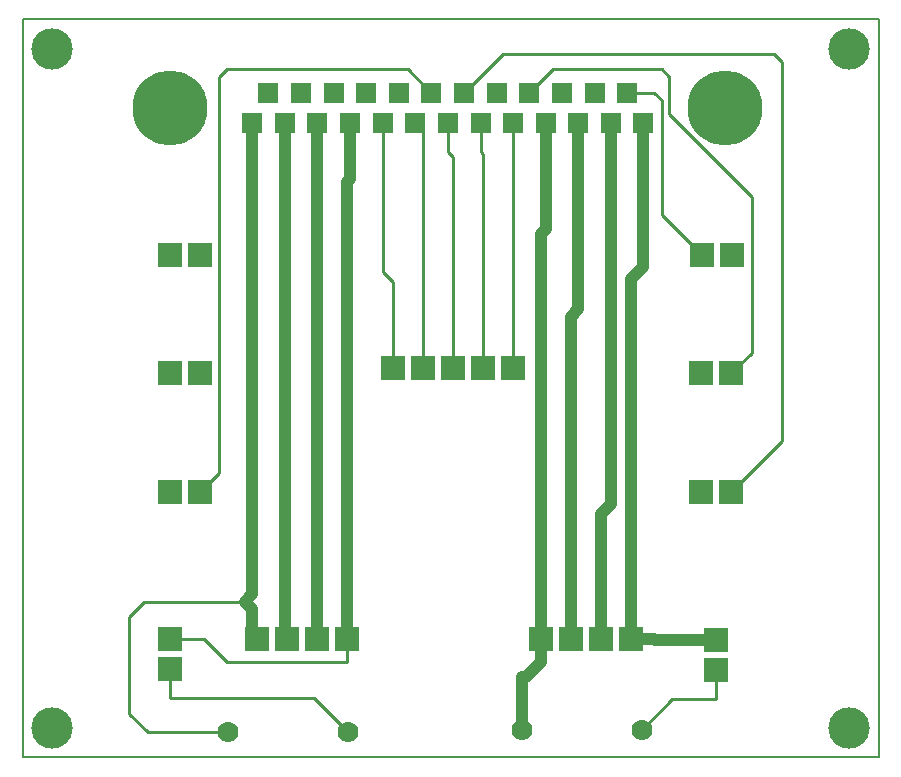
<source format=gbr>
G04 PROTEUS GERBER X2 FILE*
%TF.GenerationSoftware,Labcenter,Proteus,8.8-SP1-Build27031*%
%TF.CreationDate,2022-04-04T16:32:35+00:00*%
%TF.FileFunction,Copper,L2,Bot*%
%TF.FilePolarity,Positive*%
%TF.Part,Single*%
%TF.SameCoordinates,{f11ef5d1-6b42-4984-83c1-33555d163e1d}*%
%FSLAX45Y45*%
%MOMM*%
G01*
%TA.AperFunction,Conductor*%
%ADD17C,1.016000*%
%ADD10C,0.254000*%
%TA.AperFunction,ComponentPad*%
%ADD11R,1.778000X1.778000*%
%ADD12C,6.350000*%
%TA.AperFunction,ComponentPad*%
%ADD13R,2.032000X2.032000*%
%ADD14C,1.778000*%
%TA.AperFunction,OtherPad,Unknown*%
%ADD15C,3.500000*%
%TA.AperFunction,Profile*%
%ADD16C,0.203200*%
%TD.AperFunction*%
D17*
X-1370080Y+317500D02*
X-1306580Y+254000D01*
X-1306580Y+44580D01*
X-1262000Y+0D01*
X-1370080Y+317500D02*
X-1306580Y+381000D01*
X-1306580Y+4373000D01*
X+1138000Y+0D02*
X+1138000Y+3429000D01*
X+1177540Y+3468540D01*
X+1177540Y+4373000D01*
X+1454400Y+4373000D02*
X+1454400Y+2794000D01*
X+1392000Y+2731600D01*
X+1392000Y+0D01*
X+1728720Y+4373000D02*
X+1728720Y+1143000D01*
X+1646000Y+1060280D01*
X+1646000Y+0D01*
X+1900000Y+0D02*
X+1900000Y+3048000D01*
X+2005580Y+3153580D01*
X+2005580Y+4373000D01*
X+1900000Y+0D02*
X+2095500Y+0D01*
X+2101500Y-6000D01*
X+2624000Y-6000D01*
D10*
X+209800Y+4627000D02*
X+10800Y+4826000D01*
X-1524000Y+4826000D01*
X-1587500Y+4762500D01*
X-1587500Y+1408500D01*
X-1746000Y+1250000D01*
D17*
X-1008000Y+0D02*
X-1029720Y+21720D01*
X-1029720Y+4373000D01*
D10*
X+486660Y+4627000D02*
X+812660Y+4953000D01*
X+3111500Y+4953000D01*
X+3175000Y+4889500D01*
X+3175000Y+1675000D01*
X+2750000Y+1250000D01*
X+1037840Y+4627000D02*
X+1236840Y+4826000D01*
X+2159000Y+4826000D01*
X+2222500Y+4762500D01*
X+2222500Y+4445000D01*
X+2921000Y+3746500D01*
X+2921000Y+2421000D01*
X+2750000Y+2250000D01*
X+1865880Y+4627000D02*
X+2095500Y+4627000D01*
X+2159000Y+4563500D01*
X+2159000Y+3591000D01*
X+2500000Y+3250000D01*
D17*
X-754000Y+0D02*
X-755400Y+1400D01*
X-755400Y+4373000D01*
X-500000Y+0D02*
X-500000Y+3873500D01*
X-478540Y+3894960D01*
X-478540Y+4373000D01*
D10*
X-500000Y+0D02*
X-500000Y-190500D01*
X-1524000Y-190500D01*
X-1718500Y+4000D01*
X-2000000Y+4000D01*
X-201680Y+4373000D02*
X-201680Y+3111500D01*
X-116000Y+3025820D01*
X-116000Y+2300000D01*
X+72640Y+4373000D02*
X+138000Y+4307640D01*
X+138000Y+2300000D01*
X+349500Y+4373000D02*
X+349500Y+4127500D01*
X+392000Y+4085000D01*
X+392000Y+2300000D01*
X+626360Y+4373000D02*
X+626360Y+4127500D01*
X+646000Y+4107860D01*
X+646000Y+2300000D01*
X+900680Y+4373000D02*
X+900680Y+4127500D01*
X+900000Y+4126820D01*
X+900000Y+2300000D01*
X-1370080Y+317500D02*
X-2222500Y+317500D01*
X-2349500Y+190500D01*
X-2349500Y-631000D01*
X-2192500Y-788000D01*
X-1510000Y-788000D01*
X-2000000Y-250000D02*
X-2000000Y-500000D01*
X-782000Y-500000D01*
X-494000Y-788000D01*
X+2624000Y-260000D02*
X+2624000Y-510000D01*
X+2246000Y-510000D01*
X+1990000Y-766000D01*
D17*
X+1138000Y+0D02*
X+1138000Y-190500D01*
X+1011000Y-317500D01*
X+974000Y-317500D01*
X+974000Y-766000D01*
D11*
X-1306580Y+4373000D03*
X-1029720Y+4373000D03*
X-755400Y+4373000D03*
X-478540Y+4373000D03*
X-201680Y+4373000D03*
X+72640Y+4373000D03*
X+349500Y+4373000D03*
X+626360Y+4373000D03*
X+900680Y+4373000D03*
X+1177540Y+4373000D03*
X+1454400Y+4373000D03*
X+1728720Y+4373000D03*
X+2005580Y+4373000D03*
X-1169420Y+4627000D03*
X-892560Y+4627000D03*
X-618240Y+4627000D03*
X-341380Y+4627000D03*
X-64520Y+4627000D03*
X+209800Y+4627000D03*
X+486660Y+4627000D03*
X+763520Y+4627000D03*
X+1037840Y+4627000D03*
X+1314700Y+4627000D03*
X+1591560Y+4627000D03*
X+1865880Y+4627000D03*
D12*
X-2000000Y+4500000D03*
X+2699000Y+4500000D03*
D13*
X-2000000Y+3250000D03*
X-1746000Y+3250000D03*
X+2500000Y+3250000D03*
X+2754000Y+3250000D03*
X-2004000Y+2250000D03*
X-1750000Y+2250000D03*
X+2496000Y+2250000D03*
X+2750000Y+2250000D03*
X+2496000Y+1250000D03*
X+2750000Y+1250000D03*
X-2000000Y+1250000D03*
X-1746000Y+1250000D03*
X-1262000Y+0D03*
X-1008000Y+0D03*
X-754000Y+0D03*
X-500000Y+0D03*
X+1138000Y+0D03*
X+1392000Y+0D03*
X+1646000Y+0D03*
X+1900000Y+0D03*
X-116000Y+2300000D03*
X+138000Y+2300000D03*
X+392000Y+2300000D03*
X+646000Y+2300000D03*
X+900000Y+2300000D03*
X-2000000Y-250000D03*
X-2000000Y+4000D03*
X+2624000Y-260000D03*
X+2624000Y-6000D03*
D14*
X-1510000Y-788000D03*
X-494000Y-788000D03*
X+974000Y-766000D03*
X+1990000Y-766000D03*
D15*
X-3000000Y+5000000D03*
X-3000000Y-750000D03*
X+3750000Y-750000D03*
X+3750000Y+5000000D03*
D16*
X-3250000Y-1000000D02*
X+4000000Y-1000000D01*
X+4000000Y+5250000D01*
X-3250000Y+5250000D01*
X-3250000Y-1000000D01*
M02*

</source>
